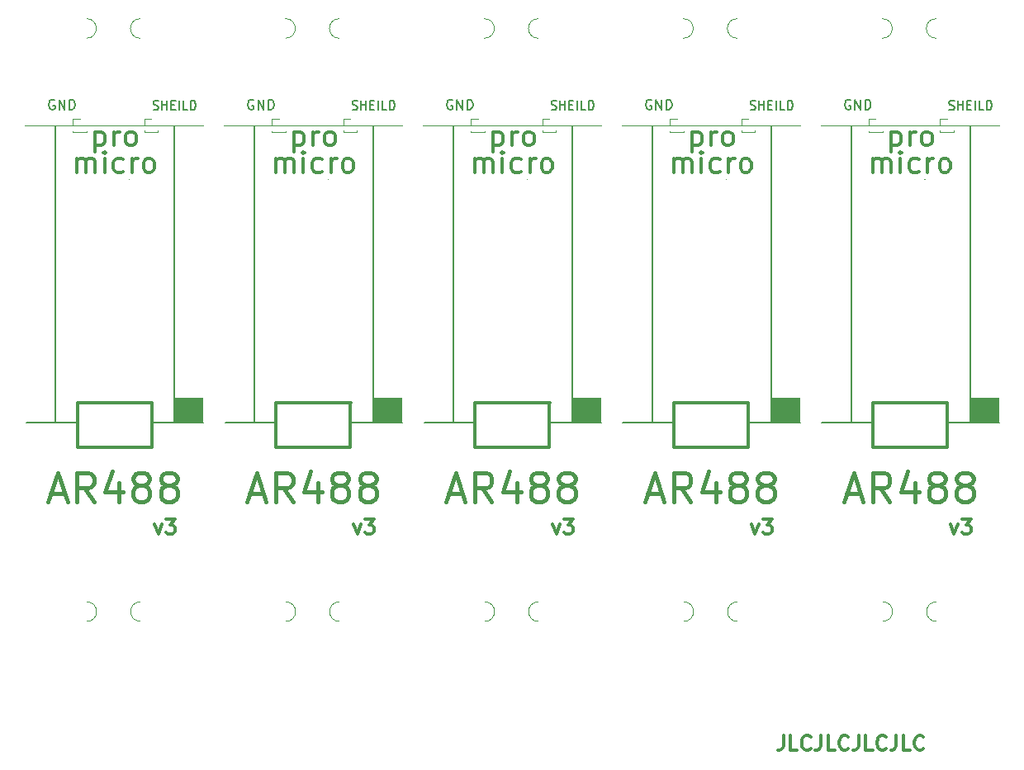
<source format=gbr>
%TF.GenerationSoftware,KiCad,Pcbnew,6.0.3-a3aad9c10e~116~ubuntu20.04.1*%
%TF.CreationDate,2022-03-20T14:38:18+01:00*%
%TF.ProjectId,5xPro_Micro_GPIB,35785072-6f5f-44d6-9963-726f5f475049,rev?*%
%TF.SameCoordinates,Original*%
%TF.FileFunction,Legend,Top*%
%TF.FilePolarity,Positive*%
%FSLAX46Y46*%
G04 Gerber Fmt 4.6, Leading zero omitted, Abs format (unit mm)*
G04 Created by KiCad (PCBNEW 6.0.3-a3aad9c10e~116~ubuntu20.04.1) date 2022-03-20 14:38:18*
%MOMM*%
%LPD*%
G01*
G04 APERTURE LIST*
%ADD10C,0.120000*%
%ADD11C,0.150000*%
%ADD12C,0.300000*%
%ADD13C,0.400000*%
%ADD14C,0.100000*%
G04 APERTURE END LIST*
D10*
X104175930Y-76011268D02*
X85915930Y-76011268D01*
D11*
X182833045Y-76011268D02*
X182835930Y-106432000D01*
D10*
X116995930Y-81512000D02*
X116935930Y-81512000D01*
X178195930Y-81512000D02*
X178135930Y-81512000D01*
X165375930Y-76011268D02*
X147115930Y-76011268D01*
X185775930Y-76011268D02*
X167515930Y-76011268D01*
D11*
X142033045Y-76011268D02*
X142035930Y-106432000D01*
X121633045Y-76011268D02*
X121635930Y-106432000D01*
X129836545Y-76021268D02*
X129836545Y-106431268D01*
D10*
X137395930Y-81512000D02*
X137335930Y-81512000D01*
D11*
X150236545Y-76021268D02*
X150236545Y-106431268D01*
D10*
X96595930Y-81512000D02*
X96535930Y-81512000D01*
D11*
X162433045Y-76011268D02*
X162435930Y-106432000D01*
X109436545Y-76021268D02*
X109436545Y-106431268D01*
D10*
X144975930Y-76011268D02*
X126715930Y-76011268D01*
X124575930Y-76011268D02*
X106315930Y-76011268D01*
D11*
X101233045Y-76011268D02*
X101235930Y-106432000D01*
X89036545Y-76021268D02*
X89036545Y-106431268D01*
D10*
X157795930Y-81512000D02*
X157735930Y-81512000D01*
D11*
X170636545Y-76021268D02*
X170636545Y-106431268D01*
D12*
X119622571Y-116910571D02*
X119979714Y-117910571D01*
X120336857Y-116910571D01*
X120765428Y-116410571D02*
X121694000Y-116410571D01*
X121194000Y-116982000D01*
X121408285Y-116982000D01*
X121551142Y-117053428D01*
X121622571Y-117124857D01*
X121694000Y-117267714D01*
X121694000Y-117624857D01*
X121622571Y-117767714D01*
X121551142Y-117839142D01*
X121408285Y-117910571D01*
X120979714Y-117910571D01*
X120836857Y-117839142D01*
X120765428Y-117767714D01*
D11*
X109338095Y-73400000D02*
X109242857Y-73352380D01*
X109100000Y-73352380D01*
X108957142Y-73400000D01*
X108861904Y-73495238D01*
X108814285Y-73590476D01*
X108766666Y-73780952D01*
X108766666Y-73923809D01*
X108814285Y-74114285D01*
X108861904Y-74209523D01*
X108957142Y-74304761D01*
X109100000Y-74352380D01*
X109195238Y-74352380D01*
X109338095Y-74304761D01*
X109385714Y-74257142D01*
X109385714Y-73923809D01*
X109195238Y-73923809D01*
X109814285Y-74352380D02*
X109814285Y-73352380D01*
X110385714Y-74352380D01*
X110385714Y-73352380D01*
X110861904Y-74352380D02*
X110861904Y-73352380D01*
X111100000Y-73352380D01*
X111242857Y-73400000D01*
X111338095Y-73495238D01*
X111385714Y-73590476D01*
X111433333Y-73780952D01*
X111433333Y-73923809D01*
X111385714Y-74114285D01*
X111338095Y-74209523D01*
X111242857Y-74304761D01*
X111100000Y-74352380D01*
X110861904Y-74352380D01*
X88938095Y-73400000D02*
X88842857Y-73352380D01*
X88700000Y-73352380D01*
X88557142Y-73400000D01*
X88461904Y-73495238D01*
X88414285Y-73590476D01*
X88366666Y-73780952D01*
X88366666Y-73923809D01*
X88414285Y-74114285D01*
X88461904Y-74209523D01*
X88557142Y-74304761D01*
X88700000Y-74352380D01*
X88795238Y-74352380D01*
X88938095Y-74304761D01*
X88985714Y-74257142D01*
X88985714Y-73923809D01*
X88795238Y-73923809D01*
X89414285Y-74352380D02*
X89414285Y-73352380D01*
X89985714Y-74352380D01*
X89985714Y-73352380D01*
X90461904Y-74352380D02*
X90461904Y-73352380D01*
X90700000Y-73352380D01*
X90842857Y-73400000D01*
X90938095Y-73495238D01*
X90985714Y-73590476D01*
X91033333Y-73780952D01*
X91033333Y-73923809D01*
X90985714Y-74114285D01*
X90938095Y-74209523D01*
X90842857Y-74304761D01*
X90700000Y-74352380D01*
X90461904Y-74352380D01*
X180675714Y-74369761D02*
X180804285Y-74417380D01*
X181018571Y-74417380D01*
X181104285Y-74369761D01*
X181147142Y-74322142D01*
X181190000Y-74226904D01*
X181190000Y-74131666D01*
X181147142Y-74036428D01*
X181104285Y-73988809D01*
X181018571Y-73941190D01*
X180847142Y-73893571D01*
X180761428Y-73845952D01*
X180718571Y-73798333D01*
X180675714Y-73703095D01*
X180675714Y-73607857D01*
X180718571Y-73512619D01*
X180761428Y-73465000D01*
X180847142Y-73417380D01*
X181061428Y-73417380D01*
X181190000Y-73465000D01*
X181575714Y-74417380D02*
X181575714Y-73417380D01*
X181575714Y-73893571D02*
X182090000Y-73893571D01*
X182090000Y-74417380D02*
X182090000Y-73417380D01*
X182518571Y-73893571D02*
X182818571Y-73893571D01*
X182947142Y-74417380D02*
X182518571Y-74417380D01*
X182518571Y-73417380D01*
X182947142Y-73417380D01*
X183332857Y-74417380D02*
X183332857Y-73417380D01*
X184190000Y-74417380D02*
X183761428Y-74417380D01*
X183761428Y-73417380D01*
X184490000Y-74417380D02*
X184490000Y-73417380D01*
X184704285Y-73417380D01*
X184832857Y-73465000D01*
X184918571Y-73560238D01*
X184961428Y-73655476D01*
X185004285Y-73845952D01*
X185004285Y-73988809D01*
X184961428Y-74179285D01*
X184918571Y-74274523D01*
X184832857Y-74369761D01*
X184704285Y-74417380D01*
X184490000Y-74417380D01*
D12*
X152470000Y-80800000D02*
X152470000Y-79400000D01*
X152470000Y-79600000D02*
X152570000Y-79500000D01*
X152770000Y-79400000D01*
X153070000Y-79400000D01*
X153270000Y-79500000D01*
X153370000Y-79700000D01*
X153370000Y-80800000D01*
X153370000Y-79700000D02*
X153470000Y-79500000D01*
X153670000Y-79400000D01*
X153970000Y-79400000D01*
X154170000Y-79500000D01*
X154270000Y-79700000D01*
X154270000Y-80800000D01*
X155270000Y-80800000D02*
X155270000Y-79400000D01*
X155270000Y-78700000D02*
X155170000Y-78800000D01*
X155270000Y-78900000D01*
X155370000Y-78800000D01*
X155270000Y-78700000D01*
X155270000Y-78900000D01*
X157170000Y-80700000D02*
X156970000Y-80800000D01*
X156570000Y-80800000D01*
X156370000Y-80700000D01*
X156270000Y-80600000D01*
X156170000Y-80400000D01*
X156170000Y-79800000D01*
X156270000Y-79600000D01*
X156370000Y-79500000D01*
X156570000Y-79400000D01*
X156970000Y-79400000D01*
X157170000Y-79500000D01*
X158070000Y-80800000D02*
X158070000Y-79400000D01*
X158070000Y-79800000D02*
X158170000Y-79600000D01*
X158270000Y-79500000D01*
X158470000Y-79400000D01*
X158670000Y-79400000D01*
X159670000Y-80800000D02*
X159470000Y-80700000D01*
X159370000Y-80600000D01*
X159270000Y-80400000D01*
X159270000Y-79800000D01*
X159370000Y-79600000D01*
X159470000Y-79500000D01*
X159670000Y-79400000D01*
X159970000Y-79400000D01*
X160170000Y-79500000D01*
X160270000Y-79600000D01*
X160370000Y-79800000D01*
X160370000Y-80400000D01*
X160270000Y-80600000D01*
X160170000Y-80700000D01*
X159970000Y-80800000D01*
X159670000Y-80800000D01*
X172870000Y-80800000D02*
X172870000Y-79400000D01*
X172870000Y-79600000D02*
X172970000Y-79500000D01*
X173170000Y-79400000D01*
X173470000Y-79400000D01*
X173670000Y-79500000D01*
X173770000Y-79700000D01*
X173770000Y-80800000D01*
X173770000Y-79700000D02*
X173870000Y-79500000D01*
X174070000Y-79400000D01*
X174370000Y-79400000D01*
X174570000Y-79500000D01*
X174670000Y-79700000D01*
X174670000Y-80800000D01*
X175670000Y-80800000D02*
X175670000Y-79400000D01*
X175670000Y-78700000D02*
X175570000Y-78800000D01*
X175670000Y-78900000D01*
X175770000Y-78800000D01*
X175670000Y-78700000D01*
X175670000Y-78900000D01*
X177570000Y-80700000D02*
X177370000Y-80800000D01*
X176970000Y-80800000D01*
X176770000Y-80700000D01*
X176670000Y-80600000D01*
X176570000Y-80400000D01*
X176570000Y-79800000D01*
X176670000Y-79600000D01*
X176770000Y-79500000D01*
X176970000Y-79400000D01*
X177370000Y-79400000D01*
X177570000Y-79500000D01*
X178470000Y-80800000D02*
X178470000Y-79400000D01*
X178470000Y-79800000D02*
X178570000Y-79600000D01*
X178670000Y-79500000D01*
X178870000Y-79400000D01*
X179070000Y-79400000D01*
X180070000Y-80800000D02*
X179870000Y-80700000D01*
X179770000Y-80600000D01*
X179670000Y-80400000D01*
X179670000Y-79800000D01*
X179770000Y-79600000D01*
X179870000Y-79500000D01*
X180070000Y-79400000D01*
X180370000Y-79400000D01*
X180570000Y-79500000D01*
X180670000Y-79600000D01*
X180770000Y-79800000D01*
X180770000Y-80400000D01*
X180670000Y-80600000D01*
X180570000Y-80700000D01*
X180370000Y-80800000D01*
X180070000Y-80800000D01*
D11*
X150138095Y-73400000D02*
X150042857Y-73352380D01*
X149900000Y-73352380D01*
X149757142Y-73400000D01*
X149661904Y-73495238D01*
X149614285Y-73590476D01*
X149566666Y-73780952D01*
X149566666Y-73923809D01*
X149614285Y-74114285D01*
X149661904Y-74209523D01*
X149757142Y-74304761D01*
X149900000Y-74352380D01*
X149995238Y-74352380D01*
X150138095Y-74304761D01*
X150185714Y-74257142D01*
X150185714Y-73923809D01*
X149995238Y-73923809D01*
X150614285Y-74352380D02*
X150614285Y-73352380D01*
X151185714Y-74352380D01*
X151185714Y-73352380D01*
X151661904Y-74352380D02*
X151661904Y-73352380D01*
X151900000Y-73352380D01*
X152042857Y-73400000D01*
X152138095Y-73495238D01*
X152185714Y-73590476D01*
X152233333Y-73780952D01*
X152233333Y-73923809D01*
X152185714Y-74114285D01*
X152138095Y-74209523D01*
X152042857Y-74304761D01*
X151900000Y-74352380D01*
X151661904Y-74352380D01*
D12*
X91270000Y-80800000D02*
X91270000Y-79400000D01*
X91270000Y-79600000D02*
X91370000Y-79500000D01*
X91570000Y-79400000D01*
X91870000Y-79400000D01*
X92070000Y-79500000D01*
X92170000Y-79700000D01*
X92170000Y-80800000D01*
X92170000Y-79700000D02*
X92270000Y-79500000D01*
X92470000Y-79400000D01*
X92770000Y-79400000D01*
X92970000Y-79500000D01*
X93070000Y-79700000D01*
X93070000Y-80800000D01*
X94070000Y-80800000D02*
X94070000Y-79400000D01*
X94070000Y-78700000D02*
X93970000Y-78800000D01*
X94070000Y-78900000D01*
X94170000Y-78800000D01*
X94070000Y-78700000D01*
X94070000Y-78900000D01*
X95970000Y-80700000D02*
X95770000Y-80800000D01*
X95370000Y-80800000D01*
X95170000Y-80700000D01*
X95070000Y-80600000D01*
X94970000Y-80400000D01*
X94970000Y-79800000D01*
X95070000Y-79600000D01*
X95170000Y-79500000D01*
X95370000Y-79400000D01*
X95770000Y-79400000D01*
X95970000Y-79500000D01*
X96870000Y-80800000D02*
X96870000Y-79400000D01*
X96870000Y-79800000D02*
X96970000Y-79600000D01*
X97070000Y-79500000D01*
X97270000Y-79400000D01*
X97470000Y-79400000D01*
X98470000Y-80800000D02*
X98270000Y-80700000D01*
X98170000Y-80600000D01*
X98070000Y-80400000D01*
X98070000Y-79800000D01*
X98170000Y-79600000D01*
X98270000Y-79500000D01*
X98470000Y-79400000D01*
X98770000Y-79400000D01*
X98970000Y-79500000D01*
X99070000Y-79600000D01*
X99170000Y-79800000D01*
X99170000Y-80400000D01*
X99070000Y-80600000D01*
X98970000Y-80700000D01*
X98770000Y-80800000D01*
X98470000Y-80800000D01*
X93120000Y-76640000D02*
X93120000Y-78740000D01*
X93120000Y-76740000D02*
X93320000Y-76640000D01*
X93720000Y-76640000D01*
X93920000Y-76740000D01*
X94020000Y-76840000D01*
X94120000Y-77040000D01*
X94120000Y-77640000D01*
X94020000Y-77840000D01*
X93920000Y-77940000D01*
X93720000Y-78040000D01*
X93320000Y-78040000D01*
X93120000Y-77940000D01*
X95020000Y-78040000D02*
X95020000Y-76640000D01*
X95020000Y-77040000D02*
X95120000Y-76840000D01*
X95220000Y-76740000D01*
X95420000Y-76640000D01*
X95620000Y-76640000D01*
X96620000Y-78040000D02*
X96420000Y-77940000D01*
X96320000Y-77840000D01*
X96220000Y-77640000D01*
X96220000Y-77040000D01*
X96320000Y-76840000D01*
X96420000Y-76740000D01*
X96620000Y-76640000D01*
X96920000Y-76640000D01*
X97120000Y-76740000D01*
X97220000Y-76840000D01*
X97320000Y-77040000D01*
X97320000Y-77640000D01*
X97220000Y-77840000D01*
X97120000Y-77940000D01*
X96920000Y-78040000D01*
X96620000Y-78040000D01*
X113520000Y-76640000D02*
X113520000Y-78740000D01*
X113520000Y-76740000D02*
X113720000Y-76640000D01*
X114120000Y-76640000D01*
X114320000Y-76740000D01*
X114420000Y-76840000D01*
X114520000Y-77040000D01*
X114520000Y-77640000D01*
X114420000Y-77840000D01*
X114320000Y-77940000D01*
X114120000Y-78040000D01*
X113720000Y-78040000D01*
X113520000Y-77940000D01*
X115420000Y-78040000D02*
X115420000Y-76640000D01*
X115420000Y-77040000D02*
X115520000Y-76840000D01*
X115620000Y-76740000D01*
X115820000Y-76640000D01*
X116020000Y-76640000D01*
X117020000Y-78040000D02*
X116820000Y-77940000D01*
X116720000Y-77840000D01*
X116620000Y-77640000D01*
X116620000Y-77040000D01*
X116720000Y-76840000D01*
X116820000Y-76740000D01*
X117020000Y-76640000D01*
X117320000Y-76640000D01*
X117520000Y-76740000D01*
X117620000Y-76840000D01*
X117720000Y-77040000D01*
X117720000Y-77640000D01*
X117620000Y-77840000D01*
X117520000Y-77940000D01*
X117320000Y-78040000D01*
X117020000Y-78040000D01*
D11*
X119475714Y-74369761D02*
X119604285Y-74417380D01*
X119818571Y-74417380D01*
X119904285Y-74369761D01*
X119947142Y-74322142D01*
X119990000Y-74226904D01*
X119990000Y-74131666D01*
X119947142Y-74036428D01*
X119904285Y-73988809D01*
X119818571Y-73941190D01*
X119647142Y-73893571D01*
X119561428Y-73845952D01*
X119518571Y-73798333D01*
X119475714Y-73703095D01*
X119475714Y-73607857D01*
X119518571Y-73512619D01*
X119561428Y-73465000D01*
X119647142Y-73417380D01*
X119861428Y-73417380D01*
X119990000Y-73465000D01*
X120375714Y-74417380D02*
X120375714Y-73417380D01*
X120375714Y-73893571D02*
X120890000Y-73893571D01*
X120890000Y-74417380D02*
X120890000Y-73417380D01*
X121318571Y-73893571D02*
X121618571Y-73893571D01*
X121747142Y-74417380D02*
X121318571Y-74417380D01*
X121318571Y-73417380D01*
X121747142Y-73417380D01*
X122132857Y-74417380D02*
X122132857Y-73417380D01*
X122990000Y-74417380D02*
X122561428Y-74417380D01*
X122561428Y-73417380D01*
X123290000Y-74417380D02*
X123290000Y-73417380D01*
X123504285Y-73417380D01*
X123632857Y-73465000D01*
X123718571Y-73560238D01*
X123761428Y-73655476D01*
X123804285Y-73845952D01*
X123804285Y-73988809D01*
X123761428Y-74179285D01*
X123718571Y-74274523D01*
X123632857Y-74369761D01*
X123504285Y-74417380D01*
X123290000Y-74417380D01*
X170538095Y-73400000D02*
X170442857Y-73352380D01*
X170300000Y-73352380D01*
X170157142Y-73400000D01*
X170061904Y-73495238D01*
X170014285Y-73590476D01*
X169966666Y-73780952D01*
X169966666Y-73923809D01*
X170014285Y-74114285D01*
X170061904Y-74209523D01*
X170157142Y-74304761D01*
X170300000Y-74352380D01*
X170395238Y-74352380D01*
X170538095Y-74304761D01*
X170585714Y-74257142D01*
X170585714Y-73923809D01*
X170395238Y-73923809D01*
X171014285Y-74352380D02*
X171014285Y-73352380D01*
X171585714Y-74352380D01*
X171585714Y-73352380D01*
X172061904Y-74352380D02*
X172061904Y-73352380D01*
X172300000Y-73352380D01*
X172442857Y-73400000D01*
X172538095Y-73495238D01*
X172585714Y-73590476D01*
X172633333Y-73780952D01*
X172633333Y-73923809D01*
X172585714Y-74114285D01*
X172538095Y-74209523D01*
X172442857Y-74304761D01*
X172300000Y-74352380D01*
X172061904Y-74352380D01*
D12*
X99222571Y-116910571D02*
X99579714Y-117910571D01*
X99936857Y-116910571D01*
X100365428Y-116410571D02*
X101294000Y-116410571D01*
X100794000Y-116982000D01*
X101008285Y-116982000D01*
X101151142Y-117053428D01*
X101222571Y-117124857D01*
X101294000Y-117267714D01*
X101294000Y-117624857D01*
X101222571Y-117767714D01*
X101151142Y-117839142D01*
X101008285Y-117910571D01*
X100579714Y-117910571D01*
X100436857Y-117839142D01*
X100365428Y-117767714D01*
D13*
X170144000Y-113762000D02*
X171572571Y-113762000D01*
X169858285Y-114619142D02*
X170858285Y-111619142D01*
X171858285Y-114619142D01*
X174572571Y-114619142D02*
X173572571Y-113190571D01*
X172858285Y-114619142D02*
X172858285Y-111619142D01*
X174001142Y-111619142D01*
X174286857Y-111762000D01*
X174429714Y-111904857D01*
X174572571Y-112190571D01*
X174572571Y-112619142D01*
X174429714Y-112904857D01*
X174286857Y-113047714D01*
X174001142Y-113190571D01*
X172858285Y-113190571D01*
X177144000Y-112619142D02*
X177144000Y-114619142D01*
X176429714Y-111476285D02*
X175715428Y-113619142D01*
X177572571Y-113619142D01*
X179144000Y-112904857D02*
X178858285Y-112762000D01*
X178715428Y-112619142D01*
X178572571Y-112333428D01*
X178572571Y-112190571D01*
X178715428Y-111904857D01*
X178858285Y-111762000D01*
X179144000Y-111619142D01*
X179715428Y-111619142D01*
X180001142Y-111762000D01*
X180144000Y-111904857D01*
X180286857Y-112190571D01*
X180286857Y-112333428D01*
X180144000Y-112619142D01*
X180001142Y-112762000D01*
X179715428Y-112904857D01*
X179144000Y-112904857D01*
X178858285Y-113047714D01*
X178715428Y-113190571D01*
X178572571Y-113476285D01*
X178572571Y-114047714D01*
X178715428Y-114333428D01*
X178858285Y-114476285D01*
X179144000Y-114619142D01*
X179715428Y-114619142D01*
X180001142Y-114476285D01*
X180144000Y-114333428D01*
X180286857Y-114047714D01*
X180286857Y-113476285D01*
X180144000Y-113190571D01*
X180001142Y-113047714D01*
X179715428Y-112904857D01*
X182001142Y-112904857D02*
X181715428Y-112762000D01*
X181572571Y-112619142D01*
X181429714Y-112333428D01*
X181429714Y-112190571D01*
X181572571Y-111904857D01*
X181715428Y-111762000D01*
X182001142Y-111619142D01*
X182572571Y-111619142D01*
X182858285Y-111762000D01*
X183001142Y-111904857D01*
X183144000Y-112190571D01*
X183144000Y-112333428D01*
X183001142Y-112619142D01*
X182858285Y-112762000D01*
X182572571Y-112904857D01*
X182001142Y-112904857D01*
X181715428Y-113047714D01*
X181572571Y-113190571D01*
X181429714Y-113476285D01*
X181429714Y-114047714D01*
X181572571Y-114333428D01*
X181715428Y-114476285D01*
X182001142Y-114619142D01*
X182572571Y-114619142D01*
X182858285Y-114476285D01*
X183001142Y-114333428D01*
X183144000Y-114047714D01*
X183144000Y-113476285D01*
X183001142Y-113190571D01*
X182858285Y-113047714D01*
X182572571Y-112904857D01*
D11*
X139875714Y-74369761D02*
X140004285Y-74417380D01*
X140218571Y-74417380D01*
X140304285Y-74369761D01*
X140347142Y-74322142D01*
X140390000Y-74226904D01*
X140390000Y-74131666D01*
X140347142Y-74036428D01*
X140304285Y-73988809D01*
X140218571Y-73941190D01*
X140047142Y-73893571D01*
X139961428Y-73845952D01*
X139918571Y-73798333D01*
X139875714Y-73703095D01*
X139875714Y-73607857D01*
X139918571Y-73512619D01*
X139961428Y-73465000D01*
X140047142Y-73417380D01*
X140261428Y-73417380D01*
X140390000Y-73465000D01*
X140775714Y-74417380D02*
X140775714Y-73417380D01*
X140775714Y-73893571D02*
X141290000Y-73893571D01*
X141290000Y-74417380D02*
X141290000Y-73417380D01*
X141718571Y-73893571D02*
X142018571Y-73893571D01*
X142147142Y-74417380D02*
X141718571Y-74417380D01*
X141718571Y-73417380D01*
X142147142Y-73417380D01*
X142532857Y-74417380D02*
X142532857Y-73417380D01*
X143390000Y-74417380D02*
X142961428Y-74417380D01*
X142961428Y-73417380D01*
X143690000Y-74417380D02*
X143690000Y-73417380D01*
X143904285Y-73417380D01*
X144032857Y-73465000D01*
X144118571Y-73560238D01*
X144161428Y-73655476D01*
X144204285Y-73845952D01*
X144204285Y-73988809D01*
X144161428Y-74179285D01*
X144118571Y-74274523D01*
X144032857Y-74369761D01*
X143904285Y-74417380D01*
X143690000Y-74417380D01*
D13*
X129344000Y-113762000D02*
X130772571Y-113762000D01*
X129058285Y-114619142D02*
X130058285Y-111619142D01*
X131058285Y-114619142D01*
X133772571Y-114619142D02*
X132772571Y-113190571D01*
X132058285Y-114619142D02*
X132058285Y-111619142D01*
X133201142Y-111619142D01*
X133486857Y-111762000D01*
X133629714Y-111904857D01*
X133772571Y-112190571D01*
X133772571Y-112619142D01*
X133629714Y-112904857D01*
X133486857Y-113047714D01*
X133201142Y-113190571D01*
X132058285Y-113190571D01*
X136344000Y-112619142D02*
X136344000Y-114619142D01*
X135629714Y-111476285D02*
X134915428Y-113619142D01*
X136772571Y-113619142D01*
X138344000Y-112904857D02*
X138058285Y-112762000D01*
X137915428Y-112619142D01*
X137772571Y-112333428D01*
X137772571Y-112190571D01*
X137915428Y-111904857D01*
X138058285Y-111762000D01*
X138344000Y-111619142D01*
X138915428Y-111619142D01*
X139201142Y-111762000D01*
X139344000Y-111904857D01*
X139486857Y-112190571D01*
X139486857Y-112333428D01*
X139344000Y-112619142D01*
X139201142Y-112762000D01*
X138915428Y-112904857D01*
X138344000Y-112904857D01*
X138058285Y-113047714D01*
X137915428Y-113190571D01*
X137772571Y-113476285D01*
X137772571Y-114047714D01*
X137915428Y-114333428D01*
X138058285Y-114476285D01*
X138344000Y-114619142D01*
X138915428Y-114619142D01*
X139201142Y-114476285D01*
X139344000Y-114333428D01*
X139486857Y-114047714D01*
X139486857Y-113476285D01*
X139344000Y-113190571D01*
X139201142Y-113047714D01*
X138915428Y-112904857D01*
X141201142Y-112904857D02*
X140915428Y-112762000D01*
X140772571Y-112619142D01*
X140629714Y-112333428D01*
X140629714Y-112190571D01*
X140772571Y-111904857D01*
X140915428Y-111762000D01*
X141201142Y-111619142D01*
X141772571Y-111619142D01*
X142058285Y-111762000D01*
X142201142Y-111904857D01*
X142344000Y-112190571D01*
X142344000Y-112333428D01*
X142201142Y-112619142D01*
X142058285Y-112762000D01*
X141772571Y-112904857D01*
X141201142Y-112904857D01*
X140915428Y-113047714D01*
X140772571Y-113190571D01*
X140629714Y-113476285D01*
X140629714Y-114047714D01*
X140772571Y-114333428D01*
X140915428Y-114476285D01*
X141201142Y-114619142D01*
X141772571Y-114619142D01*
X142058285Y-114476285D01*
X142201142Y-114333428D01*
X142344000Y-114047714D01*
X142344000Y-113476285D01*
X142201142Y-113190571D01*
X142058285Y-113047714D01*
X141772571Y-112904857D01*
D11*
X129738095Y-73400000D02*
X129642857Y-73352380D01*
X129500000Y-73352380D01*
X129357142Y-73400000D01*
X129261904Y-73495238D01*
X129214285Y-73590476D01*
X129166666Y-73780952D01*
X129166666Y-73923809D01*
X129214285Y-74114285D01*
X129261904Y-74209523D01*
X129357142Y-74304761D01*
X129500000Y-74352380D01*
X129595238Y-74352380D01*
X129738095Y-74304761D01*
X129785714Y-74257142D01*
X129785714Y-73923809D01*
X129595238Y-73923809D01*
X130214285Y-74352380D02*
X130214285Y-73352380D01*
X130785714Y-74352380D01*
X130785714Y-73352380D01*
X131261904Y-74352380D02*
X131261904Y-73352380D01*
X131500000Y-73352380D01*
X131642857Y-73400000D01*
X131738095Y-73495238D01*
X131785714Y-73590476D01*
X131833333Y-73780952D01*
X131833333Y-73923809D01*
X131785714Y-74114285D01*
X131738095Y-74209523D01*
X131642857Y-74304761D01*
X131500000Y-74352380D01*
X131261904Y-74352380D01*
X99075714Y-74369761D02*
X99204285Y-74417380D01*
X99418571Y-74417380D01*
X99504285Y-74369761D01*
X99547142Y-74322142D01*
X99590000Y-74226904D01*
X99590000Y-74131666D01*
X99547142Y-74036428D01*
X99504285Y-73988809D01*
X99418571Y-73941190D01*
X99247142Y-73893571D01*
X99161428Y-73845952D01*
X99118571Y-73798333D01*
X99075714Y-73703095D01*
X99075714Y-73607857D01*
X99118571Y-73512619D01*
X99161428Y-73465000D01*
X99247142Y-73417380D01*
X99461428Y-73417380D01*
X99590000Y-73465000D01*
X99975714Y-74417380D02*
X99975714Y-73417380D01*
X99975714Y-73893571D02*
X100490000Y-73893571D01*
X100490000Y-74417380D02*
X100490000Y-73417380D01*
X100918571Y-73893571D02*
X101218571Y-73893571D01*
X101347142Y-74417380D02*
X100918571Y-74417380D01*
X100918571Y-73417380D01*
X101347142Y-73417380D01*
X101732857Y-74417380D02*
X101732857Y-73417380D01*
X102590000Y-74417380D02*
X102161428Y-74417380D01*
X102161428Y-73417380D01*
X102890000Y-74417380D02*
X102890000Y-73417380D01*
X103104285Y-73417380D01*
X103232857Y-73465000D01*
X103318571Y-73560238D01*
X103361428Y-73655476D01*
X103404285Y-73845952D01*
X103404285Y-73988809D01*
X103361428Y-74179285D01*
X103318571Y-74274523D01*
X103232857Y-74369761D01*
X103104285Y-74417380D01*
X102890000Y-74417380D01*
D12*
X133920000Y-76640000D02*
X133920000Y-78740000D01*
X133920000Y-76740000D02*
X134120000Y-76640000D01*
X134520000Y-76640000D01*
X134720000Y-76740000D01*
X134820000Y-76840000D01*
X134920000Y-77040000D01*
X134920000Y-77640000D01*
X134820000Y-77840000D01*
X134720000Y-77940000D01*
X134520000Y-78040000D01*
X134120000Y-78040000D01*
X133920000Y-77940000D01*
X135820000Y-78040000D02*
X135820000Y-76640000D01*
X135820000Y-77040000D02*
X135920000Y-76840000D01*
X136020000Y-76740000D01*
X136220000Y-76640000D01*
X136420000Y-76640000D01*
X137420000Y-78040000D02*
X137220000Y-77940000D01*
X137120000Y-77840000D01*
X137020000Y-77640000D01*
X137020000Y-77040000D01*
X137120000Y-76840000D01*
X137220000Y-76740000D01*
X137420000Y-76640000D01*
X137720000Y-76640000D01*
X137920000Y-76740000D01*
X138020000Y-76840000D01*
X138120000Y-77040000D01*
X138120000Y-77640000D01*
X138020000Y-77840000D01*
X137920000Y-77940000D01*
X137720000Y-78040000D01*
X137420000Y-78040000D01*
D13*
X149744000Y-113762000D02*
X151172571Y-113762000D01*
X149458285Y-114619142D02*
X150458285Y-111619142D01*
X151458285Y-114619142D01*
X154172571Y-114619142D02*
X153172571Y-113190571D01*
X152458285Y-114619142D02*
X152458285Y-111619142D01*
X153601142Y-111619142D01*
X153886857Y-111762000D01*
X154029714Y-111904857D01*
X154172571Y-112190571D01*
X154172571Y-112619142D01*
X154029714Y-112904857D01*
X153886857Y-113047714D01*
X153601142Y-113190571D01*
X152458285Y-113190571D01*
X156744000Y-112619142D02*
X156744000Y-114619142D01*
X156029714Y-111476285D02*
X155315428Y-113619142D01*
X157172571Y-113619142D01*
X158744000Y-112904857D02*
X158458285Y-112762000D01*
X158315428Y-112619142D01*
X158172571Y-112333428D01*
X158172571Y-112190571D01*
X158315428Y-111904857D01*
X158458285Y-111762000D01*
X158744000Y-111619142D01*
X159315428Y-111619142D01*
X159601142Y-111762000D01*
X159744000Y-111904857D01*
X159886857Y-112190571D01*
X159886857Y-112333428D01*
X159744000Y-112619142D01*
X159601142Y-112762000D01*
X159315428Y-112904857D01*
X158744000Y-112904857D01*
X158458285Y-113047714D01*
X158315428Y-113190571D01*
X158172571Y-113476285D01*
X158172571Y-114047714D01*
X158315428Y-114333428D01*
X158458285Y-114476285D01*
X158744000Y-114619142D01*
X159315428Y-114619142D01*
X159601142Y-114476285D01*
X159744000Y-114333428D01*
X159886857Y-114047714D01*
X159886857Y-113476285D01*
X159744000Y-113190571D01*
X159601142Y-113047714D01*
X159315428Y-112904857D01*
X161601142Y-112904857D02*
X161315428Y-112762000D01*
X161172571Y-112619142D01*
X161029714Y-112333428D01*
X161029714Y-112190571D01*
X161172571Y-111904857D01*
X161315428Y-111762000D01*
X161601142Y-111619142D01*
X162172571Y-111619142D01*
X162458285Y-111762000D01*
X162601142Y-111904857D01*
X162744000Y-112190571D01*
X162744000Y-112333428D01*
X162601142Y-112619142D01*
X162458285Y-112762000D01*
X162172571Y-112904857D01*
X161601142Y-112904857D01*
X161315428Y-113047714D01*
X161172571Y-113190571D01*
X161029714Y-113476285D01*
X161029714Y-114047714D01*
X161172571Y-114333428D01*
X161315428Y-114476285D01*
X161601142Y-114619142D01*
X162172571Y-114619142D01*
X162458285Y-114476285D01*
X162601142Y-114333428D01*
X162744000Y-114047714D01*
X162744000Y-113476285D01*
X162601142Y-113190571D01*
X162458285Y-113047714D01*
X162172571Y-112904857D01*
D12*
X132070000Y-80800000D02*
X132070000Y-79400000D01*
X132070000Y-79600000D02*
X132170000Y-79500000D01*
X132370000Y-79400000D01*
X132670000Y-79400000D01*
X132870000Y-79500000D01*
X132970000Y-79700000D01*
X132970000Y-80800000D01*
X132970000Y-79700000D02*
X133070000Y-79500000D01*
X133270000Y-79400000D01*
X133570000Y-79400000D01*
X133770000Y-79500000D01*
X133870000Y-79700000D01*
X133870000Y-80800000D01*
X134870000Y-80800000D02*
X134870000Y-79400000D01*
X134870000Y-78700000D02*
X134770000Y-78800000D01*
X134870000Y-78900000D01*
X134970000Y-78800000D01*
X134870000Y-78700000D01*
X134870000Y-78900000D01*
X136770000Y-80700000D02*
X136570000Y-80800000D01*
X136170000Y-80800000D01*
X135970000Y-80700000D01*
X135870000Y-80600000D01*
X135770000Y-80400000D01*
X135770000Y-79800000D01*
X135870000Y-79600000D01*
X135970000Y-79500000D01*
X136170000Y-79400000D01*
X136570000Y-79400000D01*
X136770000Y-79500000D01*
X137670000Y-80800000D02*
X137670000Y-79400000D01*
X137670000Y-79800000D02*
X137770000Y-79600000D01*
X137870000Y-79500000D01*
X138070000Y-79400000D01*
X138270000Y-79400000D01*
X139270000Y-80800000D02*
X139070000Y-80700000D01*
X138970000Y-80600000D01*
X138870000Y-80400000D01*
X138870000Y-79800000D01*
X138970000Y-79600000D01*
X139070000Y-79500000D01*
X139270000Y-79400000D01*
X139570000Y-79400000D01*
X139770000Y-79500000D01*
X139870000Y-79600000D01*
X139970000Y-79800000D01*
X139970000Y-80400000D01*
X139870000Y-80600000D01*
X139770000Y-80700000D01*
X139570000Y-80800000D01*
X139270000Y-80800000D01*
X163671431Y-138590571D02*
X163671431Y-139662000D01*
X163600003Y-139876285D01*
X163457145Y-140019142D01*
X163242860Y-140090571D01*
X163100003Y-140090571D01*
X165100003Y-140090571D02*
X164385717Y-140090571D01*
X164385717Y-138590571D01*
X166457145Y-139947714D02*
X166385717Y-140019142D01*
X166171431Y-140090571D01*
X166028574Y-140090571D01*
X165814288Y-140019142D01*
X165671431Y-139876285D01*
X165600003Y-139733428D01*
X165528574Y-139447714D01*
X165528574Y-139233428D01*
X165600003Y-138947714D01*
X165671431Y-138804857D01*
X165814288Y-138662000D01*
X166028574Y-138590571D01*
X166171431Y-138590571D01*
X166385717Y-138662000D01*
X166457145Y-138733428D01*
X167528574Y-138590571D02*
X167528574Y-139662000D01*
X167457145Y-139876285D01*
X167314288Y-140019142D01*
X167100003Y-140090571D01*
X166957145Y-140090571D01*
X168957145Y-140090571D02*
X168242860Y-140090571D01*
X168242860Y-138590571D01*
X170314288Y-139947714D02*
X170242860Y-140019142D01*
X170028574Y-140090571D01*
X169885717Y-140090571D01*
X169671431Y-140019142D01*
X169528574Y-139876285D01*
X169457145Y-139733428D01*
X169385717Y-139447714D01*
X169385717Y-139233428D01*
X169457145Y-138947714D01*
X169528574Y-138804857D01*
X169671431Y-138662000D01*
X169885717Y-138590571D01*
X170028574Y-138590571D01*
X170242860Y-138662000D01*
X170314288Y-138733428D01*
X171385717Y-138590571D02*
X171385717Y-139662000D01*
X171314288Y-139876285D01*
X171171431Y-140019142D01*
X170957145Y-140090571D01*
X170814288Y-140090571D01*
X172814288Y-140090571D02*
X172100003Y-140090571D01*
X172100003Y-138590571D01*
X174171431Y-139947714D02*
X174100003Y-140019142D01*
X173885717Y-140090571D01*
X173742860Y-140090571D01*
X173528574Y-140019142D01*
X173385717Y-139876285D01*
X173314288Y-139733428D01*
X173242860Y-139447714D01*
X173242860Y-139233428D01*
X173314288Y-138947714D01*
X173385717Y-138804857D01*
X173528574Y-138662000D01*
X173742860Y-138590571D01*
X173885717Y-138590571D01*
X174100003Y-138662000D01*
X174171431Y-138733428D01*
X175242860Y-138590571D02*
X175242860Y-139662000D01*
X175171431Y-139876285D01*
X175028574Y-140019142D01*
X174814288Y-140090571D01*
X174671431Y-140090571D01*
X176671431Y-140090571D02*
X175957145Y-140090571D01*
X175957145Y-138590571D01*
X178028574Y-139947714D02*
X177957145Y-140019142D01*
X177742860Y-140090571D01*
X177600003Y-140090571D01*
X177385717Y-140019142D01*
X177242860Y-139876285D01*
X177171431Y-139733428D01*
X177100003Y-139447714D01*
X177100003Y-139233428D01*
X177171431Y-138947714D01*
X177242860Y-138804857D01*
X177385717Y-138662000D01*
X177600003Y-138590571D01*
X177742860Y-138590571D01*
X177957145Y-138662000D01*
X178028574Y-138733428D01*
X140022571Y-116910571D02*
X140379714Y-117910571D01*
X140736857Y-116910571D01*
X141165428Y-116410571D02*
X142094000Y-116410571D01*
X141594000Y-116982000D01*
X141808285Y-116982000D01*
X141951142Y-117053428D01*
X142022571Y-117124857D01*
X142094000Y-117267714D01*
X142094000Y-117624857D01*
X142022571Y-117767714D01*
X141951142Y-117839142D01*
X141808285Y-117910571D01*
X141379714Y-117910571D01*
X141236857Y-117839142D01*
X141165428Y-117767714D01*
D13*
X88544000Y-113762000D02*
X89972571Y-113762000D01*
X88258285Y-114619142D02*
X89258285Y-111619142D01*
X90258285Y-114619142D01*
X92972571Y-114619142D02*
X91972571Y-113190571D01*
X91258285Y-114619142D02*
X91258285Y-111619142D01*
X92401142Y-111619142D01*
X92686857Y-111762000D01*
X92829714Y-111904857D01*
X92972571Y-112190571D01*
X92972571Y-112619142D01*
X92829714Y-112904857D01*
X92686857Y-113047714D01*
X92401142Y-113190571D01*
X91258285Y-113190571D01*
X95544000Y-112619142D02*
X95544000Y-114619142D01*
X94829714Y-111476285D02*
X94115428Y-113619142D01*
X95972571Y-113619142D01*
X97544000Y-112904857D02*
X97258285Y-112762000D01*
X97115428Y-112619142D01*
X96972571Y-112333428D01*
X96972571Y-112190571D01*
X97115428Y-111904857D01*
X97258285Y-111762000D01*
X97544000Y-111619142D01*
X98115428Y-111619142D01*
X98401142Y-111762000D01*
X98544000Y-111904857D01*
X98686857Y-112190571D01*
X98686857Y-112333428D01*
X98544000Y-112619142D01*
X98401142Y-112762000D01*
X98115428Y-112904857D01*
X97544000Y-112904857D01*
X97258285Y-113047714D01*
X97115428Y-113190571D01*
X96972571Y-113476285D01*
X96972571Y-114047714D01*
X97115428Y-114333428D01*
X97258285Y-114476285D01*
X97544000Y-114619142D01*
X98115428Y-114619142D01*
X98401142Y-114476285D01*
X98544000Y-114333428D01*
X98686857Y-114047714D01*
X98686857Y-113476285D01*
X98544000Y-113190571D01*
X98401142Y-113047714D01*
X98115428Y-112904857D01*
X100401142Y-112904857D02*
X100115428Y-112762000D01*
X99972571Y-112619142D01*
X99829714Y-112333428D01*
X99829714Y-112190571D01*
X99972571Y-111904857D01*
X100115428Y-111762000D01*
X100401142Y-111619142D01*
X100972571Y-111619142D01*
X101258285Y-111762000D01*
X101401142Y-111904857D01*
X101544000Y-112190571D01*
X101544000Y-112333428D01*
X101401142Y-112619142D01*
X101258285Y-112762000D01*
X100972571Y-112904857D01*
X100401142Y-112904857D01*
X100115428Y-113047714D01*
X99972571Y-113190571D01*
X99829714Y-113476285D01*
X99829714Y-114047714D01*
X99972571Y-114333428D01*
X100115428Y-114476285D01*
X100401142Y-114619142D01*
X100972571Y-114619142D01*
X101258285Y-114476285D01*
X101401142Y-114333428D01*
X101544000Y-114047714D01*
X101544000Y-113476285D01*
X101401142Y-113190571D01*
X101258285Y-113047714D01*
X100972571Y-112904857D01*
D12*
X160422571Y-116910571D02*
X160779714Y-117910571D01*
X161136857Y-116910571D01*
X161565428Y-116410571D02*
X162494000Y-116410571D01*
X161994000Y-116982000D01*
X162208285Y-116982000D01*
X162351142Y-117053428D01*
X162422571Y-117124857D01*
X162494000Y-117267714D01*
X162494000Y-117624857D01*
X162422571Y-117767714D01*
X162351142Y-117839142D01*
X162208285Y-117910571D01*
X161779714Y-117910571D01*
X161636857Y-117839142D01*
X161565428Y-117767714D01*
X174720000Y-76640000D02*
X174720000Y-78740000D01*
X174720000Y-76740000D02*
X174920000Y-76640000D01*
X175320000Y-76640000D01*
X175520000Y-76740000D01*
X175620000Y-76840000D01*
X175720000Y-77040000D01*
X175720000Y-77640000D01*
X175620000Y-77840000D01*
X175520000Y-77940000D01*
X175320000Y-78040000D01*
X174920000Y-78040000D01*
X174720000Y-77940000D01*
X176620000Y-78040000D02*
X176620000Y-76640000D01*
X176620000Y-77040000D02*
X176720000Y-76840000D01*
X176820000Y-76740000D01*
X177020000Y-76640000D01*
X177220000Y-76640000D01*
X178220000Y-78040000D02*
X178020000Y-77940000D01*
X177920000Y-77840000D01*
X177820000Y-77640000D01*
X177820000Y-77040000D01*
X177920000Y-76840000D01*
X178020000Y-76740000D01*
X178220000Y-76640000D01*
X178520000Y-76640000D01*
X178720000Y-76740000D01*
X178820000Y-76840000D01*
X178920000Y-77040000D01*
X178920000Y-77640000D01*
X178820000Y-77840000D01*
X178720000Y-77940000D01*
X178520000Y-78040000D01*
X178220000Y-78040000D01*
D13*
X108944000Y-113762000D02*
X110372571Y-113762000D01*
X108658285Y-114619142D02*
X109658285Y-111619142D01*
X110658285Y-114619142D01*
X113372571Y-114619142D02*
X112372571Y-113190571D01*
X111658285Y-114619142D02*
X111658285Y-111619142D01*
X112801142Y-111619142D01*
X113086857Y-111762000D01*
X113229714Y-111904857D01*
X113372571Y-112190571D01*
X113372571Y-112619142D01*
X113229714Y-112904857D01*
X113086857Y-113047714D01*
X112801142Y-113190571D01*
X111658285Y-113190571D01*
X115944000Y-112619142D02*
X115944000Y-114619142D01*
X115229714Y-111476285D02*
X114515428Y-113619142D01*
X116372571Y-113619142D01*
X117944000Y-112904857D02*
X117658285Y-112762000D01*
X117515428Y-112619142D01*
X117372571Y-112333428D01*
X117372571Y-112190571D01*
X117515428Y-111904857D01*
X117658285Y-111762000D01*
X117944000Y-111619142D01*
X118515428Y-111619142D01*
X118801142Y-111762000D01*
X118944000Y-111904857D01*
X119086857Y-112190571D01*
X119086857Y-112333428D01*
X118944000Y-112619142D01*
X118801142Y-112762000D01*
X118515428Y-112904857D01*
X117944000Y-112904857D01*
X117658285Y-113047714D01*
X117515428Y-113190571D01*
X117372571Y-113476285D01*
X117372571Y-114047714D01*
X117515428Y-114333428D01*
X117658285Y-114476285D01*
X117944000Y-114619142D01*
X118515428Y-114619142D01*
X118801142Y-114476285D01*
X118944000Y-114333428D01*
X119086857Y-114047714D01*
X119086857Y-113476285D01*
X118944000Y-113190571D01*
X118801142Y-113047714D01*
X118515428Y-112904857D01*
X120801142Y-112904857D02*
X120515428Y-112762000D01*
X120372571Y-112619142D01*
X120229714Y-112333428D01*
X120229714Y-112190571D01*
X120372571Y-111904857D01*
X120515428Y-111762000D01*
X120801142Y-111619142D01*
X121372571Y-111619142D01*
X121658285Y-111762000D01*
X121801142Y-111904857D01*
X121944000Y-112190571D01*
X121944000Y-112333428D01*
X121801142Y-112619142D01*
X121658285Y-112762000D01*
X121372571Y-112904857D01*
X120801142Y-112904857D01*
X120515428Y-113047714D01*
X120372571Y-113190571D01*
X120229714Y-113476285D01*
X120229714Y-114047714D01*
X120372571Y-114333428D01*
X120515428Y-114476285D01*
X120801142Y-114619142D01*
X121372571Y-114619142D01*
X121658285Y-114476285D01*
X121801142Y-114333428D01*
X121944000Y-114047714D01*
X121944000Y-113476285D01*
X121801142Y-113190571D01*
X121658285Y-113047714D01*
X121372571Y-112904857D01*
D12*
X154320000Y-76640000D02*
X154320000Y-78740000D01*
X154320000Y-76740000D02*
X154520000Y-76640000D01*
X154920000Y-76640000D01*
X155120000Y-76740000D01*
X155220000Y-76840000D01*
X155320000Y-77040000D01*
X155320000Y-77640000D01*
X155220000Y-77840000D01*
X155120000Y-77940000D01*
X154920000Y-78040000D01*
X154520000Y-78040000D01*
X154320000Y-77940000D01*
X156220000Y-78040000D02*
X156220000Y-76640000D01*
X156220000Y-77040000D02*
X156320000Y-76840000D01*
X156420000Y-76740000D01*
X156620000Y-76640000D01*
X156820000Y-76640000D01*
X157820000Y-78040000D02*
X157620000Y-77940000D01*
X157520000Y-77840000D01*
X157420000Y-77640000D01*
X157420000Y-77040000D01*
X157520000Y-76840000D01*
X157620000Y-76740000D01*
X157820000Y-76640000D01*
X158120000Y-76640000D01*
X158320000Y-76740000D01*
X158420000Y-76840000D01*
X158520000Y-77040000D01*
X158520000Y-77640000D01*
X158420000Y-77840000D01*
X158320000Y-77940000D01*
X158120000Y-78040000D01*
X157820000Y-78040000D01*
X111670000Y-80800000D02*
X111670000Y-79400000D01*
X111670000Y-79600000D02*
X111770000Y-79500000D01*
X111970000Y-79400000D01*
X112270000Y-79400000D01*
X112470000Y-79500000D01*
X112570000Y-79700000D01*
X112570000Y-80800000D01*
X112570000Y-79700000D02*
X112670000Y-79500000D01*
X112870000Y-79400000D01*
X113170000Y-79400000D01*
X113370000Y-79500000D01*
X113470000Y-79700000D01*
X113470000Y-80800000D01*
X114470000Y-80800000D02*
X114470000Y-79400000D01*
X114470000Y-78700000D02*
X114370000Y-78800000D01*
X114470000Y-78900000D01*
X114570000Y-78800000D01*
X114470000Y-78700000D01*
X114470000Y-78900000D01*
X116370000Y-80700000D02*
X116170000Y-80800000D01*
X115770000Y-80800000D01*
X115570000Y-80700000D01*
X115470000Y-80600000D01*
X115370000Y-80400000D01*
X115370000Y-79800000D01*
X115470000Y-79600000D01*
X115570000Y-79500000D01*
X115770000Y-79400000D01*
X116170000Y-79400000D01*
X116370000Y-79500000D01*
X117270000Y-80800000D02*
X117270000Y-79400000D01*
X117270000Y-79800000D02*
X117370000Y-79600000D01*
X117470000Y-79500000D01*
X117670000Y-79400000D01*
X117870000Y-79400000D01*
X118870000Y-80800000D02*
X118670000Y-80700000D01*
X118570000Y-80600000D01*
X118470000Y-80400000D01*
X118470000Y-79800000D01*
X118570000Y-79600000D01*
X118670000Y-79500000D01*
X118870000Y-79400000D01*
X119170000Y-79400000D01*
X119370000Y-79500000D01*
X119470000Y-79600000D01*
X119570000Y-79800000D01*
X119570000Y-80400000D01*
X119470000Y-80600000D01*
X119370000Y-80700000D01*
X119170000Y-80800000D01*
X118870000Y-80800000D01*
D11*
X160275714Y-74369761D02*
X160404285Y-74417380D01*
X160618571Y-74417380D01*
X160704285Y-74369761D01*
X160747142Y-74322142D01*
X160790000Y-74226904D01*
X160790000Y-74131666D01*
X160747142Y-74036428D01*
X160704285Y-73988809D01*
X160618571Y-73941190D01*
X160447142Y-73893571D01*
X160361428Y-73845952D01*
X160318571Y-73798333D01*
X160275714Y-73703095D01*
X160275714Y-73607857D01*
X160318571Y-73512619D01*
X160361428Y-73465000D01*
X160447142Y-73417380D01*
X160661428Y-73417380D01*
X160790000Y-73465000D01*
X161175714Y-74417380D02*
X161175714Y-73417380D01*
X161175714Y-73893571D02*
X161690000Y-73893571D01*
X161690000Y-74417380D02*
X161690000Y-73417380D01*
X162118571Y-73893571D02*
X162418571Y-73893571D01*
X162547142Y-74417380D02*
X162118571Y-74417380D01*
X162118571Y-73417380D01*
X162547142Y-73417380D01*
X162932857Y-74417380D02*
X162932857Y-73417380D01*
X163790000Y-74417380D02*
X163361428Y-74417380D01*
X163361428Y-73417380D01*
X164090000Y-74417380D02*
X164090000Y-73417380D01*
X164304285Y-73417380D01*
X164432857Y-73465000D01*
X164518571Y-73560238D01*
X164561428Y-73655476D01*
X164604285Y-73845952D01*
X164604285Y-73988809D01*
X164561428Y-74179285D01*
X164518571Y-74274523D01*
X164432857Y-74369761D01*
X164304285Y-74417380D01*
X164090000Y-74417380D01*
D12*
X180822571Y-116910571D02*
X181179714Y-117910571D01*
X181536857Y-116910571D01*
X181965428Y-116410571D02*
X182894000Y-116410571D01*
X182394000Y-116982000D01*
X182608285Y-116982000D01*
X182751142Y-117053428D01*
X182822571Y-117124857D01*
X182894000Y-117267714D01*
X182894000Y-117624857D01*
X182822571Y-117767714D01*
X182751142Y-117839142D01*
X182608285Y-117910571D01*
X182179714Y-117910571D01*
X182036857Y-117839142D01*
X181965428Y-117767714D01*
D10*
%TO.C,J8*%
X131645000Y-75315000D02*
X132340000Y-75315000D01*
X131645000Y-76685000D02*
X131645000Y-76560000D01*
X133035000Y-76685000D02*
X133035000Y-76560000D01*
X132948276Y-76685000D02*
X133035000Y-76685000D01*
X131645000Y-76000000D02*
X131645000Y-75315000D01*
X131645000Y-76685000D02*
X131731724Y-76685000D01*
X131645000Y-76685000D02*
X133035000Y-76685000D01*
D14*
%TO.C,mouse-bite-2mm-slot1*%
X118155930Y-124873530D02*
G75*
G03*
X118155930Y-126873530I0J-1000000D01*
G01*
X112655930Y-126873530D02*
G75*
G03*
X112655930Y-124873530I0J1000000D01*
G01*
D10*
%TO.C,J12*%
X159345000Y-75295000D02*
X160040000Y-75295000D01*
X160648276Y-76665000D02*
X160735000Y-76665000D01*
X160735000Y-76665000D02*
X160735000Y-76540000D01*
X159345000Y-76665000D02*
X160735000Y-76665000D01*
X159345000Y-76665000D02*
X159345000Y-76540000D01*
X159345000Y-75980000D02*
X159345000Y-75295000D01*
X159345000Y-76665000D02*
X159431724Y-76665000D01*
%TO.C,J9*%
X138945000Y-75980000D02*
X138945000Y-75295000D01*
X138945000Y-76665000D02*
X139031724Y-76665000D01*
X138945000Y-76665000D02*
X140335000Y-76665000D01*
X138945000Y-75295000D02*
X139640000Y-75295000D01*
X138945000Y-76665000D02*
X138945000Y-76540000D01*
X140248276Y-76665000D02*
X140335000Y-76665000D01*
X140335000Y-76665000D02*
X140335000Y-76540000D01*
D12*
%TO.C,U2*%
X111673045Y-108991268D02*
X111673045Y-104451268D01*
X119293045Y-108991268D02*
X111673045Y-108991268D01*
X111673045Y-104451268D02*
X119303045Y-104451268D01*
D11*
X111673045Y-106451268D02*
X106433045Y-106451268D01*
D12*
X119293045Y-104461268D02*
X119293045Y-108991268D01*
D11*
X124583045Y-106451268D02*
X119293045Y-106451268D01*
D10*
X121733045Y-106461268D02*
X124483045Y-106461268D01*
X124483045Y-106461268D02*
X124483045Y-103911268D01*
X124483045Y-103911268D02*
X121733045Y-103911268D01*
X121733045Y-103911268D02*
X121733045Y-106461268D01*
G36*
X121733045Y-106461268D02*
G01*
X124483045Y-106461268D01*
X124483045Y-103911268D01*
X121733045Y-103911268D01*
X121733045Y-106461268D01*
G37*
D14*
%TO.C,mouse-bite-2mm-slot3*%
X133055930Y-126873530D02*
G75*
G03*
X133055930Y-124873530I0J1000000D01*
G01*
X138555930Y-124873530D02*
G75*
G03*
X138555930Y-126873530I0J-1000000D01*
G01*
D11*
%TO.C,U4*%
X152473045Y-106451268D02*
X147233045Y-106451268D01*
D12*
X152473045Y-108991268D02*
X152473045Y-104451268D01*
X160093045Y-108991268D02*
X152473045Y-108991268D01*
X160093045Y-104461268D02*
X160093045Y-108991268D01*
D11*
X165383045Y-106451268D02*
X160093045Y-106451268D01*
D12*
X152473045Y-104451268D02*
X160103045Y-104451268D01*
D10*
X162533045Y-106461268D02*
X165283045Y-106461268D01*
X165283045Y-106461268D02*
X165283045Y-103911268D01*
X165283045Y-103911268D02*
X162533045Y-103911268D01*
X162533045Y-103911268D02*
X162533045Y-106461268D01*
G36*
X162533045Y-106461268D02*
G01*
X165283045Y-106461268D01*
X165283045Y-103911268D01*
X162533045Y-103911268D01*
X162533045Y-106461268D01*
G37*
D14*
%TO.C,mouse-bite-2mm-slot2*%
X118132070Y-65046470D02*
G75*
G03*
X118132070Y-67046470I0J-1000000D01*
G01*
X112632070Y-67046470D02*
G75*
G03*
X112632070Y-65046470I0J1000000D01*
G01*
D10*
%TO.C,J14*%
X172445000Y-76685000D02*
X172531724Y-76685000D01*
X172445000Y-76685000D02*
X173835000Y-76685000D01*
X172445000Y-76000000D02*
X172445000Y-75315000D01*
X173835000Y-76685000D02*
X173835000Y-76560000D01*
X173748276Y-76685000D02*
X173835000Y-76685000D01*
X172445000Y-75315000D02*
X173140000Y-75315000D01*
X172445000Y-76685000D02*
X172445000Y-76560000D01*
D14*
%TO.C,mouse-bite-2mm-slot5*%
X158955930Y-124873530D02*
G75*
G03*
X158955930Y-126873530I0J-1000000D01*
G01*
X153455930Y-126873530D02*
G75*
G03*
X153455930Y-124873530I0J1000000D01*
G01*
D10*
%TO.C,J2*%
X90845000Y-76000000D02*
X90845000Y-75315000D01*
X90845000Y-75315000D02*
X91540000Y-75315000D01*
X92148276Y-76685000D02*
X92235000Y-76685000D01*
X90845000Y-76685000D02*
X92235000Y-76685000D01*
X90845000Y-76685000D02*
X90845000Y-76560000D01*
X92235000Y-76685000D02*
X92235000Y-76560000D01*
X90845000Y-76685000D02*
X90931724Y-76685000D01*
%TO.C,J5*%
X111245000Y-76000000D02*
X111245000Y-75315000D01*
X112635000Y-76685000D02*
X112635000Y-76560000D01*
X112548276Y-76685000D02*
X112635000Y-76685000D01*
X111245000Y-76685000D02*
X111245000Y-76560000D01*
X111245000Y-76685000D02*
X111331724Y-76685000D01*
X111245000Y-76685000D02*
X112635000Y-76685000D01*
X111245000Y-75315000D02*
X111940000Y-75315000D01*
D12*
%TO.C,U3*%
X139693045Y-108991268D02*
X132073045Y-108991268D01*
D11*
X132073045Y-106451268D02*
X126833045Y-106451268D01*
D12*
X132073045Y-104451268D02*
X139703045Y-104451268D01*
D11*
X144983045Y-106451268D02*
X139693045Y-106451268D01*
D12*
X132073045Y-108991268D02*
X132073045Y-104451268D01*
X139693045Y-104461268D02*
X139693045Y-108991268D01*
D10*
X142133045Y-106461268D02*
X144883045Y-106461268D01*
X144883045Y-106461268D02*
X144883045Y-103911268D01*
X144883045Y-103911268D02*
X142133045Y-103911268D01*
X142133045Y-103911268D02*
X142133045Y-106461268D01*
G36*
X142133045Y-106461268D02*
G01*
X144883045Y-106461268D01*
X144883045Y-103911268D01*
X142133045Y-103911268D01*
X142133045Y-106461268D01*
G37*
D14*
%TO.C,mouse-bite-2mm-slot*%
X92255930Y-126873530D02*
G75*
G03*
X92255930Y-124873530I0J1000000D01*
G01*
X97755930Y-124873530D02*
G75*
G03*
X97755930Y-126873530I0J-1000000D01*
G01*
%TO.C,mouse-bite-2mm-slot7*%
X179355930Y-124873530D02*
G75*
G03*
X179355930Y-126873530I0J-1000000D01*
G01*
X173855930Y-126873530D02*
G75*
G03*
X173855930Y-124873530I0J1000000D01*
G01*
D12*
%TO.C,U1*%
X98893045Y-104461268D02*
X98893045Y-108991268D01*
D11*
X104183045Y-106451268D02*
X98893045Y-106451268D01*
D12*
X91273045Y-104451268D02*
X98903045Y-104451268D01*
D11*
X91273045Y-106451268D02*
X86033045Y-106451268D01*
D12*
X91273045Y-108991268D02*
X91273045Y-104451268D01*
X98893045Y-108991268D02*
X91273045Y-108991268D01*
D10*
X101333045Y-106461268D02*
X104083045Y-106461268D01*
X104083045Y-106461268D02*
X104083045Y-103911268D01*
X104083045Y-103911268D02*
X101333045Y-103911268D01*
X101333045Y-103911268D02*
X101333045Y-106461268D01*
G36*
X101333045Y-106461268D02*
G01*
X104083045Y-106461268D01*
X104083045Y-103911268D01*
X101333045Y-103911268D01*
X101333045Y-106461268D01*
G37*
%TO.C,J3*%
X99448276Y-76665000D02*
X99535000Y-76665000D01*
X98145000Y-75980000D02*
X98145000Y-75295000D01*
X98145000Y-76665000D02*
X98231724Y-76665000D01*
X98145000Y-76665000D02*
X99535000Y-76665000D01*
X98145000Y-75295000D02*
X98840000Y-75295000D01*
X99535000Y-76665000D02*
X99535000Y-76540000D01*
X98145000Y-76665000D02*
X98145000Y-76540000D01*
D14*
%TO.C,mouse-bite-2mm-slot4*%
X138532070Y-65046470D02*
G75*
G03*
X138532070Y-67046470I0J-1000000D01*
G01*
X133032070Y-67046470D02*
G75*
G03*
X133032070Y-65046470I0J1000000D01*
G01*
%TO.C,mouse-bite-2mm-slot*%
X97732070Y-65046470D02*
G75*
G03*
X97732070Y-67046470I0J-1000000D01*
G01*
X92232070Y-67046470D02*
G75*
G03*
X92232070Y-65046470I0J1000000D01*
G01*
D10*
%TO.C,J6*%
X119848276Y-76665000D02*
X119935000Y-76665000D01*
X118545000Y-76665000D02*
X118631724Y-76665000D01*
X118545000Y-75980000D02*
X118545000Y-75295000D01*
X118545000Y-75295000D02*
X119240000Y-75295000D01*
X118545000Y-76665000D02*
X119935000Y-76665000D01*
X118545000Y-76665000D02*
X118545000Y-76540000D01*
X119935000Y-76665000D02*
X119935000Y-76540000D01*
D12*
%TO.C,U5*%
X180493045Y-104461268D02*
X180493045Y-108991268D01*
X180493045Y-108991268D02*
X172873045Y-108991268D01*
X172873045Y-104451268D02*
X180503045Y-104451268D01*
D11*
X172873045Y-106451268D02*
X167633045Y-106451268D01*
X185783045Y-106451268D02*
X180493045Y-106451268D01*
D12*
X172873045Y-108991268D02*
X172873045Y-104451268D01*
D10*
X182933045Y-106461268D02*
X185683045Y-106461268D01*
X185683045Y-106461268D02*
X185683045Y-103911268D01*
X185683045Y-103911268D02*
X182933045Y-103911268D01*
X182933045Y-103911268D02*
X182933045Y-106461268D01*
G36*
X182933045Y-106461268D02*
G01*
X185683045Y-106461268D01*
X185683045Y-103911268D01*
X182933045Y-103911268D01*
X182933045Y-106461268D01*
G37*
%TO.C,J15*%
X179745000Y-75295000D02*
X180440000Y-75295000D01*
X181048276Y-76665000D02*
X181135000Y-76665000D01*
X179745000Y-75980000D02*
X179745000Y-75295000D01*
X179745000Y-76665000D02*
X179831724Y-76665000D01*
X179745000Y-76665000D02*
X181135000Y-76665000D01*
X179745000Y-76665000D02*
X179745000Y-76540000D01*
X181135000Y-76665000D02*
X181135000Y-76540000D01*
%TO.C,J11*%
X153435000Y-76685000D02*
X153435000Y-76560000D01*
X152045000Y-76685000D02*
X152045000Y-76560000D01*
X152045000Y-76685000D02*
X152131724Y-76685000D01*
X152045000Y-76000000D02*
X152045000Y-75315000D01*
X152045000Y-76685000D02*
X153435000Y-76685000D01*
X153348276Y-76685000D02*
X153435000Y-76685000D01*
X152045000Y-75315000D02*
X152740000Y-75315000D01*
D14*
%TO.C,mouse-bite-2mm-slot6*%
X153432070Y-67046470D02*
G75*
G03*
X153432070Y-65046470I0J1000000D01*
G01*
X158932070Y-65046470D02*
G75*
G03*
X158932070Y-67046470I0J-1000000D01*
G01*
%TO.C,mouse-bite-2mm-slot8*%
X173832070Y-67046470D02*
G75*
G03*
X173832070Y-65046470I0J1000000D01*
G01*
X179332070Y-65046470D02*
G75*
G03*
X179332070Y-67046470I0J-1000000D01*
G01*
%TD*%
M02*

</source>
